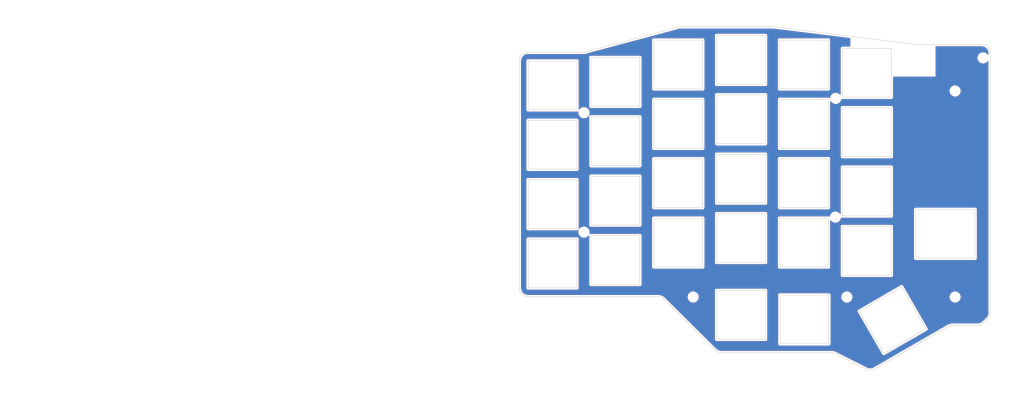
<source format=kicad_pcb>
(kicad_pcb (version 20210108) (generator pcbnew)
  (layers (0 "F.Cu" signal) (31 "B.Cu" signal) (34 "B.Paste" user) (35 "F.Paste" user) (36 "B.SilkS" user "B.Silkscreen") (37 "F.SilkS" user "F.Silkscreen") (38 "B.Mask" user) (39 "F.Mask" user) (44 "Edge.Cuts" user))
  (net 0 "")
  (footprint "BlueSof:PlateCutout14mm_EdgeCuts" (layer "F.Cu") (at 307.175 11)
    (fp_text reference "SW2" hide)
    (fp_text value "SW_PUSH" hide)
    (fp_line (start 7 7) (end -7 7) (layer "Edge.Cuts") (width 0.15))
    (fp_line (start -7 -7) (end 7 -7) (layer "Edge.Cuts") (width 0.15))
    (fp_line (start -7 7) (end -7 -7) (layer "Edge.Cuts") (width 0.15))
    (fp_line (start 7 -7) (end 7 7) (layer "Edge.Cuts") (width 0.15))
  )
  (footprint "BlueSof:PlateCutout14mm_EdgeCuts" (layer "F.Cu") (at 289.175 60.7)
    (fp_text reference "SW21" hide)
    (fp_text value "SW_PUSH" hide)
    (fp_line (start 7 7) (end -7 7) (layer "Edge.Cuts") (width 0.15))
    (fp_line (start 7 -7) (end 7 7) (layer "Edge.Cuts") (width 0.15))
    (fp_line (start -7 -7) (end 7 -7) (layer "Edge.Cuts") (width 0.15))
    (fp_line (start -7 7) (end -7 -7) (layer "Edge.Cuts") (width 0.15))
  )
  (footprint "BlueSof:PlateCutout14mm_EdgeCuts" (layer "F.Cu") (at 289.175 26.7)
    (fp_text reference "SW9" hide)
    (fp_text value "SW_PUSH" hide)
    (fp_line (start 7 7) (end -7 7) (layer "Edge.Cuts") (width 0.15))
    (fp_line (start 7 -7) (end 7 7) (layer "Edge.Cuts") (width 0.15))
    (fp_line (start -7 -7) (end 7 -7) (layer "Edge.Cuts") (width 0.15))
    (fp_line (start -7 7) (end -7 -7) (layer "Edge.Cuts") (width 0.15))
  )
  (footprint "BlueSof:PlateCutout14mm_EdgeCuts" (layer "F.Cu") (at 325.175 13.4)
    (fp_text reference "SW1" hide)
    (fp_text value "SW_PUSH" hide)
    (fp_line (start 7 7) (end -7 7) (layer "Edge.Cuts") (width 0.15))
    (fp_line (start -7 7) (end -7 -7) (layer "Edge.Cuts") (width 0.15))
    (fp_line (start -7 -7) (end 7 -7) (layer "Edge.Cuts") (width 0.15))
    (fp_line (start 7 -7) (end 7 7) (layer "Edge.Cuts") (width 0.15))
  )
  (footprint "BlueSof:PlateCutout14mm_EdgeCuts" (layer "F.Cu") (at 253.175 33)
    (fp_text reference "SW11" hide)
    (fp_text value "SW_PUSH" hide)
    (fp_line (start -7 7) (end -7 -7) (layer "Edge.Cuts") (width 0.15))
    (fp_line (start 7 -7) (end 7 7) (layer "Edge.Cuts") (width 0.15))
    (fp_line (start 7 7) (end -7 7) (layer "Edge.Cuts") (width 0.15))
    (fp_line (start -7 -7) (end 7 -7) (layer "Edge.Cuts") (width 0.15))
  )
  (footprint "BlueSof:PlateCutout14mm_EdgeCuts" (layer "F.Cu") (at 289.175 82.7)
    (fp_text reference "SW28" hide)
    (fp_text value "SW_PUSH" hide)
    (fp_line (start -7 7) (end -7 -7) (layer "Edge.Cuts") (width 0.15))
    (fp_line (start -7 -7) (end 7 -7) (layer "Edge.Cuts") (width 0.15))
    (fp_line (start 7 -7) (end 7 7) (layer "Edge.Cuts") (width 0.15))
    (fp_line (start 7 7) (end -7 7) (layer "Edge.Cuts") (width 0.15))
  )
  (footprint "BlueSof:PlateCutout14mm_EdgeCuts" (layer "F.Cu") (at 332.575 84.2 30)
    (fp_text reference "SW26" hide)
    (fp_text value "SW_PUSH" hide)
    (fp_line (start -7 -7) (end 7 -7) (layer "Edge.Cuts") (width 0.15))
    (fp_line (start -7 7) (end -7 -7) (layer "Edge.Cuts") (width 0.15))
    (fp_line (start 7 -7) (end 7 7) (layer "Edge.Cuts") (width 0.15))
    (fp_line (start 7 7) (end -7 7) (layer "Edge.Cuts") (width 0.15))
  )
  (footprint "BlueSof:PlateCutout14mm_EdgeCuts" (layer "F.Cu") (at 235.175 51)
    (fp_text reference "SW18" hide)
    (fp_text value "SW_PUSH" hide)
    (fp_line (start 7 7) (end -7 7) (layer "Edge.Cuts") (width 0.15))
    (fp_line (start -7 -7) (end 7 -7) (layer "Edge.Cuts") (width 0.15))
    (fp_line (start 7 -7) (end 7 7) (layer "Edge.Cuts") (width 0.15))
    (fp_line (start -7 7) (end -7 -7) (layer "Edge.Cuts") (width 0.15))
  )
  (footprint "BlueSof:PlateCutout14mm_EdgeCuts" (layer "F.Cu") (at 307.275 84)
    (fp_text reference "SW27" hide)
    (fp_text value "SW_PUSH" hide)
    (fp_line (start 7 -7) (end 7 7) (layer "Edge.Cuts") (width 0.15))
    (fp_line (start -7 7) (end -7 -7) (layer "Edge.Cuts") (width 0.15))
    (fp_line (start 7 7) (end -7 7) (layer "Edge.Cuts") (width 0.15))
    (fp_line (start -7 -7) (end 7 -7) (layer "Edge.Cuts") (width 0.15))
  )
  (footprint "BlueSof:PlateCutout14mm_EdgeCuts" (layer "F.Cu") (at 325.175 64.4)
    (fp_text reference "SW19" hide)
    (fp_text value "SW_PUSH" hide)
    (fp_line (start -7 7) (end -7 -7) (layer "Edge.Cuts") (width 0.15))
    (fp_line (start 7 -7) (end 7 7) (layer "Edge.Cuts") (width 0.15))
    (fp_line (start -7 -7) (end 7 -7) (layer "Edge.Cuts") (width 0.15))
    (fp_line (start 7 7) (end -7 7) (layer "Edge.Cuts") (width 0.15))
  )
  (footprint "BlueSof:PlateCutout14mm_EdgeCuts" (layer "F.Cu") (at 253.175 50)
    (fp_text reference "SW17" hide)
    (fp_text value "SW_PUSH" hide)
    (fp_line (start 7 7) (end -7 7) (layer "Edge.Cuts") (width 0.15))
    (fp_line (start -7 -7) (end 7 -7) (layer "Edge.Cuts") (width 0.15))
    (fp_line (start 7 -7) (end 7 7) (layer "Edge.Cuts") (width 0.15))
    (fp_line (start -7 7) (end -7 -7) (layer "Edge.Cuts") (width 0.15))
  )
  (footprint "BlueSof:PlateCutout14mm_EdgeCuts" (layer "F.Cu") (at 325.175 30.4)
    (fp_text reference "SW7" hide)
    (fp_text value "SW_PUSH" hide)
    (fp_line (start 7 7) (end -7 7) (layer "Edge.Cuts") (width 0.15))
    (fp_line (start -7 7) (end -7 -7) (layer "Edge.Cuts") (width 0.15))
    (fp_line (start -7 -7) (end 7 -7) (layer "Edge.Cuts") (width 0.15))
    (fp_line (start 7 -7) (end 7 7) (layer "Edge.Cuts") (width 0.15))
  )
  (footprint "MountingHole:MountingHole_2.2mm_M2_ISO7380" (layer "F.Cu") (at 275.45 77.6)
    (fp_text reference "H8" hide)
    (fp_text value "MountingHole_Pad")
    (pad "1" np_thru_hole circle (at 0 0) (size 2.2 2.2) (drill 2.2) (layers *.Cu *.Mask))
  )
  (footprint "BlueSof:PlateCutout14mm_EdgeCuts" (layer "F.Cu") (at 289.175 43.7)
    (fp_text reference "SW15" hide)
    (fp_text value "SW_PUSH" hide)
    (fp_line (start -7 -7) (end 7 -7) (layer "Edge.Cuts") (width 0.15))
    (fp_line (start 7 7) (end -7 7) (layer "Edge.Cuts") (width 0.15))
    (fp_line (start -7 7) (end -7 -7) (layer "Edge.Cuts") (width 0.15))
    (fp_line (start 7 -7) (end 7 7) (layer "Edge.Cuts") (width 0.15))
  )
  (footprint "BlueSof:PlateCutout14mm_EdgeCuts" (layer "F.Cu") (at 307.175 62)
    (fp_text reference "SW20" hide)
    (fp_text value "SW_PUSH" hide)
    (fp_line (start -7 7) (end -7 -7) (layer "Edge.Cuts") (width 0.15))
    (fp_line (start -7 -7) (end 7 -7) (layer "Edge.Cuts") (width 0.15))
    (fp_line (start 7 7) (end -7 7) (layer "Edge.Cuts") (width 0.15))
    (fp_line (start 7 -7) (end 7 7) (layer "Edge.Cuts") (width 0.15))
  )
  (footprint "BlueSof:PlateCutout14mm_EdgeCuts" (layer "F.Cu") (at 271.175 62)
    (fp_text reference "SW22" hide)
    (fp_text value "SW_PUSH" hide)
    (fp_line (start 7 7) (end -7 7) (layer "Edge.Cuts") (width 0.15))
    (fp_line (start -7 7) (end -7 -7) (layer "Edge.Cuts") (width 0.15))
    (fp_line (start -7 -7) (end 7 -7) (layer "Edge.Cuts") (width 0.15))
    (fp_line (start 7 -7) (end 7 7) (layer "Edge.Cuts") (width 0.15))
  )
  (footprint "BlueSof:PlateCutout14mm_EdgeCuts" (layer "F.Cu") (at 271.175 45)
    (fp_text reference "SW16" hide)
    (fp_text value "SW_PUSH" hide)
    (fp_line (start 7 -7) (end 7 7) (layer "Edge.Cuts") (width 0.15))
    (fp_line (start -7 7) (end -7 -7) (layer "Edge.Cuts") (width 0.15))
    (fp_line (start -7 -7) (end 7 -7) (layer "Edge.Cuts") (width 0.15))
    (fp_line (start 7 7) (end -7 7) (layer "Edge.Cuts") (width 0.15))
  )
  (footprint "BlueSof:PlateCutout14mm_EdgeCuts" (layer "F.Cu") (at 271.175 28)
    (fp_text reference "SW10" hide)
    (fp_text value "SW_PUSH" hide)
    (fp_line (start 7 -7) (end 7 7) (layer "Edge.Cuts") (width 0.15))
    (fp_line (start 7 7) (end -7 7) (layer "Edge.Cuts") (width 0.15))
    (fp_line (start -7 -7) (end 7 -7) (layer "Edge.Cuts") (width 0.15))
    (fp_line (start -7 7) (end -7 -7) (layer "Edge.Cuts") (width 0.15))
  )
  (footprint "BlueSof:PlateCutout14mm_EdgeCuts" (layer "F.Cu") (at 253.175 67)
    (fp_text reference "SW23" hide)
    (fp_text value "SW_PUSH" hide)
    (fp_line (start -7 7) (end -7 -7) (layer "Edge.Cuts") (width 0.15))
    (fp_line (start 7 -7) (end 7 7) (layer "Edge.Cuts") (width 0.15))
    (fp_line (start 7 7) (end -7 7) (layer "Edge.Cuts") (width 0.15))
    (fp_line (start -7 -7) (end 7 -7) (layer "Edge.Cuts") (width 0.15))
  )
  (footprint "BlueSof:PlateCutout14mm_EdgeCuts" (layer "F.Cu") (at 253.175 16)
    (fp_text reference "SW5" hide)
    (fp_text value "SW_PUSH" hide)
    (fp_line (start -7 7) (end -7 -7) (layer "Edge.Cuts") (width 0.15))
    (fp_line (start -7 -7) (end 7 -7) (layer "Edge.Cuts") (width 0.15))
    (fp_line (start 7 7) (end -7 7) (layer "Edge.Cuts") (width 0.15))
    (fp_line (start 7 -7) (end 7 7) (layer "Edge.Cuts") (width 0.15))
  )
  (footprint "BlueSof:PlateCutout14mm_EdgeCuts" (layer "F.Cu") (at 307.175 28)
    (fp_text reference "SW8" hide)
    (fp_text value "SW_PUSH" hide)
    (fp_line (start 7 7) (end -7 7) (layer "Edge.Cuts") (width 0.15))
    (fp_line (start -7 -7) (end 7 -7) (layer "Edge.Cuts") (width 0.15))
    (fp_line (start -7 7) (end -7 -7) (layer "Edge.Cuts") (width 0.15))
    (fp_line (start 7 -7) (end 7 7) (layer "Edge.Cuts") (width 0.15))
  )
  (footprint "BlueSof:PlateCutout14mm_EdgeCuts" (layer "F.Cu") (at 271.175 11)
    (fp_text reference "SW4" hide)
    (fp_text value "SW_PUSH" hide)
    (fp_line (start -7 7) (end -7 -7) (layer "Edge.Cuts") (width 0.15))
    (fp_line (start -7 -7) (end 7 -7) (layer "Edge.Cuts") (width 0.15))
    (fp_line (start 7 -7) (end 7 7) (layer "Edge.Cuts") (width 0.15))
    (fp_line (start 7 7) (end -7 7) (layer "Edge.Cuts") (width 0.15))
  )
  (footprint "BlueSof:PlateCutout14mm_EdgeCuts" (layer "F.Cu") (at 325.175 47.4)
    (fp_text reference "SW13" hide)
    (fp_text value "SW_PUSH" hide)
    (fp_line (start -7 -7) (end 7 -7) (layer "Edge.Cuts") (width 0.15))
    (fp_line (start 7 7) (end -7 7) (layer "Edge.Cuts") (width 0.15))
    (fp_line (start -7 7) (end -7 -7) (layer "Edge.Cuts") (width 0.15))
    (fp_line (start 7 -7) (end 7 7) (layer "Edge.Cuts") (width 0.15))
  )
  (footprint "MountingHole:MountingHole_2.2mm_M2_ISO7380" (layer "F.Cu") (at 342.75 9.1)
    (fp_text reference "D31" hide)
    (fp_text value "LED")
    (pad "1" np_thru_hole circle (at 0 0) (size 2.2 2.2) (drill 2.2) (layers *.Cu *.Mask))
  )
  (footprint "MountingHole:MountingHole_2.2mm_M2_ISO7380" (layer "F.Cu") (at 319.45 77.6)
    (fp_text reference "H7" hide)
    (fp_text value "MountingHole_Pad")
    (pad "1" np_thru_hole circle (at 0 0) (size 2.2 2.2) (drill 2.2) (layers *.Cu *.Mask))
  )
  (footprint "MountingHole:MountingHole_2.2mm_M2_ISO7380" (layer "F.Cu") (at 358.45 9.125)
    (fp_text reference "D32" hide)
    (fp_text value "LED")
    (pad "1" np_thru_hole circle (at 0 0) (size 2.2 2.2) (drill 2.2) (layers *.Cu *.Mask))
  )
  (footprint "BlueSof:PlateCutout14mm_EdgeCuts" (layer "F.Cu") (at 235.175 68)
    (fp_text reference "SW24" hide)
    (fp_text value "SW_PUSH" hide)
    (fp_line (start -7 7) (end -7 -7) (layer "Edge.Cuts") (width 0.15))
    (fp_line (start -7 -7) (end 7 -7) (layer "Edge.Cuts") (width 0.15))
    (fp_line (start 7 -7) (end 7 7) (layer "Edge.Cuts") (width 0.15))
    (fp_line (start 7 7) (end -7 7) (layer "Edge.Cuts") (width 0.15))
  )
  (footprint "BlueSof:PlateCutout14mm_EdgeCuts" (layer "F.Cu") (at 235.175 34)
    (fp_text reference "SW12" hide)
    (fp_text value "SW_PUSH" hide)
    (fp_line (start 7 7) (end -7 7) (layer "Edge.Cuts") (width 0.15))
    (fp_line (start -7 7) (end -7 -7) (layer "Edge.Cuts") (width 0.15))
    (fp_line (start 7 -7) (end 7 7) (layer "Edge.Cuts") (width 0.15))
    (fp_line (start -7 -7) (end 7 -7) (layer "Edge.Cuts") (width 0.15))
  )
  (footprint "BlueSof:PlateCutout14mm_EdgeCuts" (layer "F.Cu") (at 289.175 9.7)
    (fp_text reference "SW3" hide)
    (fp_text value "SW_PUSH" hide)
    (fp_line (start 7 7) (end -7 7) (layer "Edge.Cuts") (width 0.15))
    (fp_line (start -7 -7) (end 7 -7) (layer "Edge.Cuts") (width 0.15))
    (fp_line (start 7 -7) (end 7 7) (layer "Edge.Cuts") (width 0.15))
    (fp_line (start -7 7) (end -7 -7) (layer "Edge.Cuts") (width 0.15))
  )
  (footprint "BlueSof:PlateCutout14mm_EdgeCuts" (layer "F.Cu") (at 235.175 17)
    (fp_text reference "SW6" hide)
    (fp_text value "SW_PUSH" hide)
    (fp_line (start -7 -7) (end 7 -7) (layer "Edge.Cuts") (width 0.15))
    (fp_line (start 7 -7) (end 7 7) (layer "Edge.Cuts") (width 0.15))
    (fp_line (start -7 7) (end -7 -7) (layer "Edge.Cuts") (width 0.15))
    (fp_line (start 7 7) (end -7 7) (layer "Edge.Cuts") (width 0.15))
  )
  (footprint "BlueSof:PlateCutout14mm_EdgeCuts" (layer "F.Cu") (at 307.175 45)
    (fp_text reference "SW14" hide)
    (fp_text value "SW_PUSH" hide)
    (fp_line (start -7 -7) (end 7 -7) (layer "Edge.Cuts") (width 0.15))
    (fp_line (start 7 7) (end -7 7) (layer "Edge.Cuts") (width 0.15))
    (fp_line (start 7 -7) (end 7 7) (layer "Edge.Cuts") (width 0.15))
    (fp_line (start -7 7) (end -7 -7) (layer "Edge.Cuts") (width 0.15))
  )
  (footprint "BlueSof:PlateCutoutEncoder_EdgeCuts" (layer "F.Cu") (at 347.675 59.5 180)
    (fp_text reference "SW25" hide)
    (fp_text value "Rotary_Encoder_Switch" hide)
    (fp_line (start -8.5 7) (end -8.5 -7) (layer "Edge.Cuts") (width 0.15))
    (fp_line (start 8.5 7) (end -8.5 7) (layer "Edge.Cuts") (width 0.15))
    (fp_line (start 8.5 -7) (end 8.5 7) (layer "Edge.Cuts") (width 0.15))
    (fp_line (start -8.5 -7) (end 8.5 -7) (layer "Edge.Cuts") (width 0.15))
  )
  (footprint "MountingHole:MountingHole_2.2mm_M2_ISO7380" (layer "B.Cu") (at 316.175 54.725 180)
    (fp_text reference "H1" hide)
    (fp_text value "MountingHole_Pad")
    (pad "1" np_thru_hole circle (at 0 0 180) (size 2.2 2.2) (drill 2.2) (layers *.Cu *.Mask))
  )
  (footprint "MountingHole:MountingHole_2.2mm_M2_ISO7380" (layer "B.Cu") (at 244.175 59.025 180)
    (fp_text reference "H3" hide)
    (fp_text value "MountingHole_Pad")
    (pad "1" np_thru_hole circle (at 0 0 180) (size 2.2 2.2) (drill 2.2) (layers *.Cu *.Mask))
  )
  (footprint "MountingHole:MountingHole_2.2mm_M2_ISO7380" (layer "B.Cu") (at 244.175 24.825 180)
    (fp_text reference "H6" hide)
    (fp_text value "MountingHole_Pad")
    (pad "1" np_thru_hole circle (at 0 0 180) (size 2.2 2.2) (drill 2.2) (layers *.Cu *.Mask))
  )
  (footprint "MountingHole:MountingHole_2.2mm_M2_ISO7380" (layer "B.Cu") (at 316.275 20.725 180)
    (fp_text reference "H5" hide)
    (fp_text value "MountingHole_Pad")
    (pad "1" np_thru_hole circle (at 0 0 180) (size 2.2 2.2) (drill 2.2) (layers *.Cu *.Mask))
  )
  (footprint "MountingHole:MountingHole_2.2mm_M2_ISO7380" (layer "B.Cu") (at 350.45 77.6 180)
    (fp_text reference "H2" hide)
    (fp_text value "MountingHole_Pad")
    (pad "1" np_thru_hole circle (at 0 0 180) (size 2.2 2.2) (drill 2.2) (layers *.Cu *.Mask))
  )
  (footprint "MountingHole:MountingHole_2.2mm_M2_ISO7380" (layer "B.Cu") (at 350.45 18.6 180)
    (fp_text reference "H4" hide)
    (fp_text value "MountingHole_Pad")
    (pad "1" np_thru_hole circle (at 0 0 180) (size 2.2 2.2) (drill 2.2) (layers *.Cu *.Mask))
  )
  (gr_arc (start 314.967954 96) (end 314.967954 93.499999) (angle 26.68376982) (layer "Edge.Cuts") (width 0.15))
  (gr_line (start 348.436216 86.012177) (end 327.370689 98.174364) (layer "Edge.Cuts") (width 0.15))
  (gr_arc (start 349.686215 88.177241) (end 348.436216 86.012177) (angle 29.99999438) (layer "Edge.Cuts") (width 0.15))
  (gr_arc (start 357.989476 82.127087) (end 360.489476 82.127087) (angle 47.3008237) (layer "Edge.Cuts") (width 0.15))
  (gr_arc (start 244.264003 6.284014) (end 244.264003 7.534015) (angle -30.96374867) (layer "Edge.Cuts") (width 0.15))
  (gr_line (start 360.489476 82.127087) (end 360.489476 7.8) (layer "Edge.Cuts") (width 0.15))
  (gr_arc (start 326.120689 96.009301) (end 327.370689 98.174364) (angle 56.68375556) (layer "Edge.Cuts") (width 0.15))
  (gr_arc (start 297.957867 2.7) (end 297.957867 0.2) (angle 7.006961979) (layer "Edge.Cuts") (width 0.15))
  (gr_line (start 225.675 10) (end 225.675 10.5) (layer "Edge.Cuts") (width 0.15))
  (gr_line (start 281.720706 92.773197) (end 267.084518 78.226802) (layer "Edge.Cuts") (width 0.15))
  (gr_line (start 324.998025 98.243048) (end 316.090619 93.766252) (layer "Edge.Cuts") (width 0.15))
  (gr_arc (start 356.851401 83.177241) (end 358.546774 85.014552) (angle 42.6991763) (layer "Edge.Cuts") (width 0.15))
  (gr_arc (start 357.989476 7.8) (end 357.989476 5.3) (angle 90) (layer "Edge.Cuts") (width 0.15))
  (gr_arc (start 339.758468 2.8) (end 339.758468 5.3) (angle 7.006963191) (layer "Edge.Cuts") (width 0.15))
  (gr_arc (start 228.175 75) (end 228.175 77.5) (angle 90) (layer "Edge.Cuts") (width 0.15))
  (gr_arc (start 283.483025 90.999999) (end 283.483025 93.499999) (angle 44.82370585) (layer "Edge.Cuts") (width 0.15))
  (gr_line (start 225.675 75) (end 225.675 74.5) (layer "Edge.Cuts") (width 0.15))
  (gr_line (start 339.758468 5.3) (end 357.989476 5.3) (layer "Edge.Cuts") (width 0.15))
  (gr_arc (start 228.175 10) (end 225.675 10) (angle 80.53767854) (layer "Edge.Cuts") (width 0.15))
  (gr_line (start 356.851402 85.677241) (end 349.686216 85.677241) (layer "Edge.Cuts") (width 0.15))
  (gr_line (start 271.975005 0.2) (end 297.957867 0.199999) (layer "Edge.Cuts") (width 0.15))
  (gr_line (start 298.262842 0.218671) (end 339.453493 5.281329) (layer "Edge.Cuts") (width 0.15))
  (gr_line (start 227.764003 7.534015) (end 244.264003 7.534015) (layer "Edge.Cuts") (width 0.15))
  (gr_line (start 244.907123 7.355881) (end 271.564007 0.234015) (layer "Edge.Cuts") (width 0.15))
  (gr_line (start 225.675 74.5) (end 225.675 10.5) (layer "Edge.Cuts") (width 0.15))
  (gr_line (start 314.967954 93.499999) (end 283.483025 93.499999) (layer "Edge.Cuts") (width 0.15))
  (gr_line (start 359.684849 83.964397) (end 358.546774 85.014551) (layer "Edge.Cuts") (width 0.15))
  (gr_arc (start 271.975004 2.7) (end 271.564007 0.234015) (angle 9.462321464) (layer "Edge.Cuts") (width 0.15))
  (gr_arc (start 265.322198 80) (end 265.322198 77.5) (angle 44.82371423) (layer "Edge.Cuts") (width 0.15))
  (gr_line (start 265.322198 77.5) (end 228.175 77.5) (layer "Edge.Cuts") (width 0.15))
  (zone (net 0) (net_name "") (layers F&B.Cu) (connect_pads (clearance 0)) (min_thickness 0.254)
    (keepout (tracks not_allowed) (vias not_allowed) (pads allowed) (copperpour not_allowed) (footprints allowed))
    (fill (thermal_gap 0.508) (thermal_bridge_width 0.508))
    (polygon (pts (xy 344.875 14.5) (xy 344.875 5.5) (xy 340.789045 5.45) (xy 320.42234 3) (xy 320.375 14.539453)))
  )
  (zone (net 0) (net_name "") (layers F&B.Cu) (connect_pads (clearance 0.508)) (min_thickness 0.254) (fill yes (thermal_gap 0.508) (thermal_bridge_width 0.508))
    (polygon (pts (xy 370.175 108.75) (xy 76.977 108.55) (xy 78.377 -7.45) (xy 369.175 -6.5)))
  )
)
</source>
